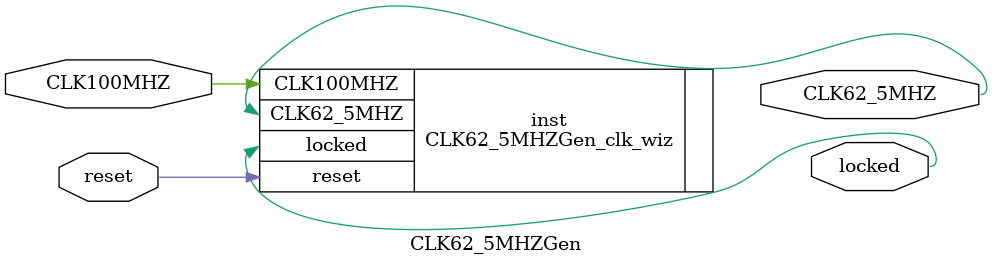
<source format=v>


`timescale 1ps/1ps

(* CORE_GENERATION_INFO = "CLK62_5MHZGen,clk_wiz_v5_4_2_0,{component_name=CLK62_5MHZGen,use_phase_alignment=true,use_min_o_jitter=true,use_max_i_jitter=false,use_dyn_phase_shift=false,use_inclk_switchover=false,use_dyn_reconfig=false,enable_axi=0,feedback_source=FDBK_AUTO,PRIMITIVE=PLL,num_out_clk=1,clkin1_period=10.000,clkin2_period=10.000,use_power_down=false,use_reset=true,use_locked=true,use_inclk_stopped=false,feedback_type=SINGLE,CLOCK_MGR_TYPE=NA,manual_override=false}" *)

module CLK62_5MHZGen 
 (
  // Clock out ports
  output        CLK62_5MHZ,
  // Status and control signals
  input         reset,
  output        locked,
 // Clock in ports
  input         CLK100MHZ
 );

  CLK62_5MHZGen_clk_wiz inst
  (
  // Clock out ports  
  .CLK62_5MHZ(CLK62_5MHZ),
  // Status and control signals               
  .reset(reset), 
  .locked(locked),
 // Clock in ports
  .CLK100MHZ(CLK100MHZ)
  );

endmodule

</source>
